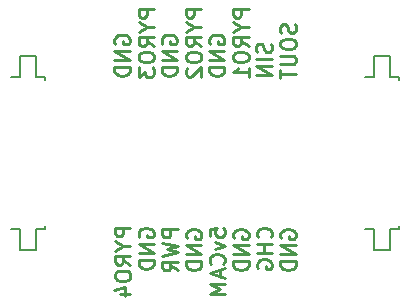
<source format=gbo>
G04 #@! TF.FileFunction,Legend,Bot*
%FSLAX46Y46*%
G04 Gerber Fmt 4.6, Leading zero omitted, Abs format (unit mm)*
G04 Created by KiCad (PCBNEW 4.0.2+e4-6225~38~ubuntu14.04.1-stable) date Mon 27 Jun 2016 22:43:40 BST*
%MOMM*%
G01*
G04 APERTURE LIST*
%ADD10C,0.100000*%
%ADD11C,0.250000*%
%ADD12C,0.150000*%
%ADD13C,1.200000*%
%ADD14C,1.600000*%
%ADD15R,2.220000X0.740000*%
%ADD16R,0.620000X0.620000*%
G04 APERTURE END LIST*
D10*
D11*
X105576190Y-90728571D02*
X105638095Y-90914285D01*
X105638095Y-91223809D01*
X105576190Y-91347619D01*
X105514286Y-91409523D01*
X105390476Y-91471428D01*
X105266667Y-91471428D01*
X105142857Y-91409523D01*
X105080952Y-91347619D01*
X105019048Y-91223809D01*
X104957143Y-90976190D01*
X104895238Y-90852381D01*
X104833333Y-90790476D01*
X104709524Y-90728571D01*
X104585714Y-90728571D01*
X104461905Y-90790476D01*
X104400000Y-90852381D01*
X104338095Y-90976190D01*
X104338095Y-91285714D01*
X104400000Y-91471428D01*
X105638095Y-92028571D02*
X104338095Y-92028571D01*
X105638095Y-92647619D02*
X104338095Y-92647619D01*
X105638095Y-93390476D01*
X104338095Y-93390476D01*
X107626190Y-89095238D02*
X107688095Y-89280952D01*
X107688095Y-89590476D01*
X107626190Y-89714286D01*
X107564286Y-89776190D01*
X107440476Y-89838095D01*
X107316667Y-89838095D01*
X107192857Y-89776190D01*
X107130952Y-89714286D01*
X107069048Y-89590476D01*
X107007143Y-89342857D01*
X106945238Y-89219048D01*
X106883333Y-89157143D01*
X106759524Y-89095238D01*
X106635714Y-89095238D01*
X106511905Y-89157143D01*
X106450000Y-89219048D01*
X106388095Y-89342857D01*
X106388095Y-89652381D01*
X106450000Y-89838095D01*
X106388095Y-90642857D02*
X106388095Y-90890476D01*
X106450000Y-91014285D01*
X106573810Y-91138095D01*
X106821429Y-91200000D01*
X107254762Y-91200000D01*
X107502381Y-91138095D01*
X107626190Y-91014285D01*
X107688095Y-90890476D01*
X107688095Y-90642857D01*
X107626190Y-90519047D01*
X107502381Y-90395238D01*
X107254762Y-90333333D01*
X106821429Y-90333333D01*
X106573810Y-90395238D01*
X106450000Y-90519047D01*
X106388095Y-90642857D01*
X106388095Y-91757143D02*
X107440476Y-91757143D01*
X107564286Y-91819048D01*
X107626190Y-91880952D01*
X107688095Y-92004762D01*
X107688095Y-92252381D01*
X107626190Y-92376190D01*
X107564286Y-92438095D01*
X107440476Y-92500000D01*
X106388095Y-92500000D01*
X106388095Y-92933334D02*
X106388095Y-93676191D01*
X107688095Y-93304762D02*
X106388095Y-93304762D01*
X100400000Y-90728571D02*
X100338095Y-90604762D01*
X100338095Y-90419047D01*
X100400000Y-90233333D01*
X100523810Y-90109524D01*
X100647619Y-90047619D01*
X100895238Y-89985714D01*
X101080952Y-89985714D01*
X101328571Y-90047619D01*
X101452381Y-90109524D01*
X101576190Y-90233333D01*
X101638095Y-90419047D01*
X101638095Y-90542857D01*
X101576190Y-90728571D01*
X101514286Y-90790476D01*
X101080952Y-90790476D01*
X101080952Y-90542857D01*
X101638095Y-91347619D02*
X100338095Y-91347619D01*
X101638095Y-92090476D01*
X100338095Y-92090476D01*
X101638095Y-92709524D02*
X100338095Y-92709524D01*
X100338095Y-93019048D01*
X100400000Y-93204762D01*
X100523810Y-93328571D01*
X100647619Y-93390476D01*
X100895238Y-93452381D01*
X101080952Y-93452381D01*
X101328571Y-93390476D01*
X101452381Y-93328571D01*
X101576190Y-93204762D01*
X101638095Y-93019048D01*
X101638095Y-92709524D01*
X103688095Y-87795238D02*
X102388095Y-87795238D01*
X102388095Y-88290476D01*
X102450000Y-88414285D01*
X102511905Y-88476190D01*
X102635714Y-88538095D01*
X102821429Y-88538095D01*
X102945238Y-88476190D01*
X103007143Y-88414285D01*
X103069048Y-88290476D01*
X103069048Y-87795238D01*
X103069048Y-89342857D02*
X103688095Y-89342857D01*
X102388095Y-88909524D02*
X103069048Y-89342857D01*
X102388095Y-89776190D01*
X103688095Y-90952381D02*
X103069048Y-90519048D01*
X103688095Y-90209524D02*
X102388095Y-90209524D01*
X102388095Y-90704762D01*
X102450000Y-90828571D01*
X102511905Y-90890476D01*
X102635714Y-90952381D01*
X102821429Y-90952381D01*
X102945238Y-90890476D01*
X103007143Y-90828571D01*
X103069048Y-90704762D01*
X103069048Y-90209524D01*
X102388095Y-91757143D02*
X102388095Y-92004762D01*
X102450000Y-92128571D01*
X102573810Y-92252381D01*
X102821429Y-92314286D01*
X103254762Y-92314286D01*
X103502381Y-92252381D01*
X103626190Y-92128571D01*
X103688095Y-92004762D01*
X103688095Y-91757143D01*
X103626190Y-91633333D01*
X103502381Y-91509524D01*
X103254762Y-91447619D01*
X102821429Y-91447619D01*
X102573810Y-91509524D01*
X102450000Y-91633333D01*
X102388095Y-91757143D01*
X103688095Y-93552381D02*
X103688095Y-92809524D01*
X103688095Y-93180953D02*
X102388095Y-93180953D01*
X102573810Y-93057143D01*
X102697619Y-92933334D01*
X102759524Y-92809524D01*
X96400000Y-90728571D02*
X96338095Y-90604762D01*
X96338095Y-90419047D01*
X96400000Y-90233333D01*
X96523810Y-90109524D01*
X96647619Y-90047619D01*
X96895238Y-89985714D01*
X97080952Y-89985714D01*
X97328571Y-90047619D01*
X97452381Y-90109524D01*
X97576190Y-90233333D01*
X97638095Y-90419047D01*
X97638095Y-90542857D01*
X97576190Y-90728571D01*
X97514286Y-90790476D01*
X97080952Y-90790476D01*
X97080952Y-90542857D01*
X97638095Y-91347619D02*
X96338095Y-91347619D01*
X97638095Y-92090476D01*
X96338095Y-92090476D01*
X97638095Y-92709524D02*
X96338095Y-92709524D01*
X96338095Y-93019048D01*
X96400000Y-93204762D01*
X96523810Y-93328571D01*
X96647619Y-93390476D01*
X96895238Y-93452381D01*
X97080952Y-93452381D01*
X97328571Y-93390476D01*
X97452381Y-93328571D01*
X97576190Y-93204762D01*
X97638095Y-93019048D01*
X97638095Y-92709524D01*
X99688095Y-87795238D02*
X98388095Y-87795238D01*
X98388095Y-88290476D01*
X98450000Y-88414285D01*
X98511905Y-88476190D01*
X98635714Y-88538095D01*
X98821429Y-88538095D01*
X98945238Y-88476190D01*
X99007143Y-88414285D01*
X99069048Y-88290476D01*
X99069048Y-87795238D01*
X99069048Y-89342857D02*
X99688095Y-89342857D01*
X98388095Y-88909524D02*
X99069048Y-89342857D01*
X98388095Y-89776190D01*
X99688095Y-90952381D02*
X99069048Y-90519048D01*
X99688095Y-90209524D02*
X98388095Y-90209524D01*
X98388095Y-90704762D01*
X98450000Y-90828571D01*
X98511905Y-90890476D01*
X98635714Y-90952381D01*
X98821429Y-90952381D01*
X98945238Y-90890476D01*
X99007143Y-90828571D01*
X99069048Y-90704762D01*
X99069048Y-90209524D01*
X98388095Y-91757143D02*
X98388095Y-92004762D01*
X98450000Y-92128571D01*
X98573810Y-92252381D01*
X98821429Y-92314286D01*
X99254762Y-92314286D01*
X99502381Y-92252381D01*
X99626190Y-92128571D01*
X99688095Y-92004762D01*
X99688095Y-91757143D01*
X99626190Y-91633333D01*
X99502381Y-91509524D01*
X99254762Y-91447619D01*
X98821429Y-91447619D01*
X98573810Y-91509524D01*
X98450000Y-91633333D01*
X98388095Y-91757143D01*
X98511905Y-92809524D02*
X98450000Y-92871429D01*
X98388095Y-92995238D01*
X98388095Y-93304762D01*
X98450000Y-93428572D01*
X98511905Y-93490476D01*
X98635714Y-93552381D01*
X98759524Y-93552381D01*
X98945238Y-93490476D01*
X99688095Y-92747619D01*
X99688095Y-93552381D01*
X95688095Y-87795238D02*
X94388095Y-87795238D01*
X94388095Y-88290476D01*
X94450000Y-88414285D01*
X94511905Y-88476190D01*
X94635714Y-88538095D01*
X94821429Y-88538095D01*
X94945238Y-88476190D01*
X95007143Y-88414285D01*
X95069048Y-88290476D01*
X95069048Y-87795238D01*
X95069048Y-89342857D02*
X95688095Y-89342857D01*
X94388095Y-88909524D02*
X95069048Y-89342857D01*
X94388095Y-89776190D01*
X95688095Y-90952381D02*
X95069048Y-90519048D01*
X95688095Y-90209524D02*
X94388095Y-90209524D01*
X94388095Y-90704762D01*
X94450000Y-90828571D01*
X94511905Y-90890476D01*
X94635714Y-90952381D01*
X94821429Y-90952381D01*
X94945238Y-90890476D01*
X95007143Y-90828571D01*
X95069048Y-90704762D01*
X95069048Y-90209524D01*
X94388095Y-91757143D02*
X94388095Y-92004762D01*
X94450000Y-92128571D01*
X94573810Y-92252381D01*
X94821429Y-92314286D01*
X95254762Y-92314286D01*
X95502381Y-92252381D01*
X95626190Y-92128571D01*
X95688095Y-92004762D01*
X95688095Y-91757143D01*
X95626190Y-91633333D01*
X95502381Y-91509524D01*
X95254762Y-91447619D01*
X94821429Y-91447619D01*
X94573810Y-91509524D01*
X94450000Y-91633333D01*
X94388095Y-91757143D01*
X94388095Y-92747619D02*
X94388095Y-93552381D01*
X94883333Y-93119048D01*
X94883333Y-93304762D01*
X94945238Y-93428572D01*
X95007143Y-93490476D01*
X95130952Y-93552381D01*
X95440476Y-93552381D01*
X95564286Y-93490476D01*
X95626190Y-93428572D01*
X95688095Y-93304762D01*
X95688095Y-92933334D01*
X95626190Y-92809524D01*
X95564286Y-92747619D01*
X92400000Y-90728571D02*
X92338095Y-90604762D01*
X92338095Y-90419047D01*
X92400000Y-90233333D01*
X92523810Y-90109524D01*
X92647619Y-90047619D01*
X92895238Y-89985714D01*
X93080952Y-89985714D01*
X93328571Y-90047619D01*
X93452381Y-90109524D01*
X93576190Y-90233333D01*
X93638095Y-90419047D01*
X93638095Y-90542857D01*
X93576190Y-90728571D01*
X93514286Y-90790476D01*
X93080952Y-90790476D01*
X93080952Y-90542857D01*
X93638095Y-91347619D02*
X92338095Y-91347619D01*
X93638095Y-92090476D01*
X92338095Y-92090476D01*
X93638095Y-92709524D02*
X92338095Y-92709524D01*
X92338095Y-93019048D01*
X92400000Y-93204762D01*
X92523810Y-93328571D01*
X92647619Y-93390476D01*
X92895238Y-93452381D01*
X93080952Y-93452381D01*
X93328571Y-93390476D01*
X93452381Y-93328571D01*
X93576190Y-93204762D01*
X93638095Y-93019048D01*
X93638095Y-92709524D01*
X106450000Y-107190476D02*
X106388095Y-107066667D01*
X106388095Y-106880952D01*
X106450000Y-106695238D01*
X106573810Y-106571429D01*
X106697619Y-106509524D01*
X106945238Y-106447619D01*
X107130952Y-106447619D01*
X107378571Y-106509524D01*
X107502381Y-106571429D01*
X107626190Y-106695238D01*
X107688095Y-106880952D01*
X107688095Y-107004762D01*
X107626190Y-107190476D01*
X107564286Y-107252381D01*
X107130952Y-107252381D01*
X107130952Y-107004762D01*
X107688095Y-107809524D02*
X106388095Y-107809524D01*
X107688095Y-108552381D01*
X106388095Y-108552381D01*
X107688095Y-109171429D02*
X106388095Y-109171429D01*
X106388095Y-109480953D01*
X106450000Y-109666667D01*
X106573810Y-109790476D01*
X106697619Y-109852381D01*
X106945238Y-109914286D01*
X107130952Y-109914286D01*
X107378571Y-109852381D01*
X107502381Y-109790476D01*
X107626190Y-109666667D01*
X107688095Y-109480953D01*
X107688095Y-109171429D01*
X105564286Y-107152381D02*
X105626190Y-107090476D01*
X105688095Y-106904762D01*
X105688095Y-106780952D01*
X105626190Y-106595238D01*
X105502381Y-106471429D01*
X105378571Y-106409524D01*
X105130952Y-106347619D01*
X104945238Y-106347619D01*
X104697619Y-106409524D01*
X104573810Y-106471429D01*
X104450000Y-106595238D01*
X104388095Y-106780952D01*
X104388095Y-106904762D01*
X104450000Y-107090476D01*
X104511905Y-107152381D01*
X105688095Y-107709524D02*
X104388095Y-107709524D01*
X105007143Y-107709524D02*
X105007143Y-108452381D01*
X105688095Y-108452381D02*
X104388095Y-108452381D01*
X104450000Y-109752381D02*
X104388095Y-109628572D01*
X104388095Y-109442857D01*
X104450000Y-109257143D01*
X104573810Y-109133334D01*
X104697619Y-109071429D01*
X104945238Y-109009524D01*
X105130952Y-109009524D01*
X105378571Y-109071429D01*
X105502381Y-109133334D01*
X105626190Y-109257143D01*
X105688095Y-109442857D01*
X105688095Y-109566667D01*
X105626190Y-109752381D01*
X105564286Y-109814286D01*
X105130952Y-109814286D01*
X105130952Y-109566667D01*
X102450000Y-107190476D02*
X102388095Y-107066667D01*
X102388095Y-106880952D01*
X102450000Y-106695238D01*
X102573810Y-106571429D01*
X102697619Y-106509524D01*
X102945238Y-106447619D01*
X103130952Y-106447619D01*
X103378571Y-106509524D01*
X103502381Y-106571429D01*
X103626190Y-106695238D01*
X103688095Y-106880952D01*
X103688095Y-107004762D01*
X103626190Y-107190476D01*
X103564286Y-107252381D01*
X103130952Y-107252381D01*
X103130952Y-107004762D01*
X103688095Y-107809524D02*
X102388095Y-107809524D01*
X103688095Y-108552381D01*
X102388095Y-108552381D01*
X103688095Y-109171429D02*
X102388095Y-109171429D01*
X102388095Y-109480953D01*
X102450000Y-109666667D01*
X102573810Y-109790476D01*
X102697619Y-109852381D01*
X102945238Y-109914286D01*
X103130952Y-109914286D01*
X103378571Y-109852381D01*
X103502381Y-109790476D01*
X103626190Y-109666667D01*
X103688095Y-109480953D01*
X103688095Y-109171429D01*
X100388095Y-107028571D02*
X100388095Y-106409524D01*
X101007143Y-106347619D01*
X100945238Y-106409524D01*
X100883333Y-106533333D01*
X100883333Y-106842857D01*
X100945238Y-106966667D01*
X101007143Y-107028571D01*
X101130952Y-107090476D01*
X101440476Y-107090476D01*
X101564286Y-107028571D01*
X101626190Y-106966667D01*
X101688095Y-106842857D01*
X101688095Y-106533333D01*
X101626190Y-106409524D01*
X101564286Y-106347619D01*
X100821429Y-107523809D02*
X101688095Y-107833333D01*
X100821429Y-108142857D01*
X101564286Y-109380952D02*
X101626190Y-109319047D01*
X101688095Y-109133333D01*
X101688095Y-109009523D01*
X101626190Y-108823809D01*
X101502381Y-108700000D01*
X101378571Y-108638095D01*
X101130952Y-108576190D01*
X100945238Y-108576190D01*
X100697619Y-108638095D01*
X100573810Y-108700000D01*
X100450000Y-108823809D01*
X100388095Y-109009523D01*
X100388095Y-109133333D01*
X100450000Y-109319047D01*
X100511905Y-109380952D01*
X101316667Y-109876190D02*
X101316667Y-110495238D01*
X101688095Y-109752381D02*
X100388095Y-110185714D01*
X101688095Y-110619047D01*
X101688095Y-111052381D02*
X100388095Y-111052381D01*
X101316667Y-111485714D01*
X100388095Y-111919047D01*
X101688095Y-111919047D01*
X98450000Y-107190476D02*
X98388095Y-107066667D01*
X98388095Y-106880952D01*
X98450000Y-106695238D01*
X98573810Y-106571429D01*
X98697619Y-106509524D01*
X98945238Y-106447619D01*
X99130952Y-106447619D01*
X99378571Y-106509524D01*
X99502381Y-106571429D01*
X99626190Y-106695238D01*
X99688095Y-106880952D01*
X99688095Y-107004762D01*
X99626190Y-107190476D01*
X99564286Y-107252381D01*
X99130952Y-107252381D01*
X99130952Y-107004762D01*
X99688095Y-107809524D02*
X98388095Y-107809524D01*
X99688095Y-108552381D01*
X98388095Y-108552381D01*
X99688095Y-109171429D02*
X98388095Y-109171429D01*
X98388095Y-109480953D01*
X98450000Y-109666667D01*
X98573810Y-109790476D01*
X98697619Y-109852381D01*
X98945238Y-109914286D01*
X99130952Y-109914286D01*
X99378571Y-109852381D01*
X99502381Y-109790476D01*
X99626190Y-109666667D01*
X99688095Y-109480953D01*
X99688095Y-109171429D01*
X97688095Y-106409524D02*
X96388095Y-106409524D01*
X96388095Y-106904762D01*
X96450000Y-107028571D01*
X96511905Y-107090476D01*
X96635714Y-107152381D01*
X96821429Y-107152381D01*
X96945238Y-107090476D01*
X97007143Y-107028571D01*
X97069048Y-106904762D01*
X97069048Y-106409524D01*
X96388095Y-107585714D02*
X97688095Y-107895238D01*
X96759524Y-108142857D01*
X97688095Y-108390476D01*
X96388095Y-108700000D01*
X97688095Y-109938095D02*
X97069048Y-109504762D01*
X97688095Y-109195238D02*
X96388095Y-109195238D01*
X96388095Y-109690476D01*
X96450000Y-109814285D01*
X96511905Y-109876190D01*
X96635714Y-109938095D01*
X96821429Y-109938095D01*
X96945238Y-109876190D01*
X97007143Y-109814285D01*
X97069048Y-109690476D01*
X97069048Y-109195238D01*
X94450000Y-107090476D02*
X94388095Y-106966667D01*
X94388095Y-106780952D01*
X94450000Y-106595238D01*
X94573810Y-106471429D01*
X94697619Y-106409524D01*
X94945238Y-106347619D01*
X95130952Y-106347619D01*
X95378571Y-106409524D01*
X95502381Y-106471429D01*
X95626190Y-106595238D01*
X95688095Y-106780952D01*
X95688095Y-106904762D01*
X95626190Y-107090476D01*
X95564286Y-107152381D01*
X95130952Y-107152381D01*
X95130952Y-106904762D01*
X95688095Y-107709524D02*
X94388095Y-107709524D01*
X95688095Y-108452381D01*
X94388095Y-108452381D01*
X95688095Y-109071429D02*
X94388095Y-109071429D01*
X94388095Y-109380953D01*
X94450000Y-109566667D01*
X94573810Y-109690476D01*
X94697619Y-109752381D01*
X94945238Y-109814286D01*
X95130952Y-109814286D01*
X95378571Y-109752381D01*
X95502381Y-109690476D01*
X95626190Y-109566667D01*
X95688095Y-109380953D01*
X95688095Y-109071429D01*
X93688095Y-106309524D02*
X92388095Y-106309524D01*
X92388095Y-106804762D01*
X92450000Y-106928571D01*
X92511905Y-106990476D01*
X92635714Y-107052381D01*
X92821429Y-107052381D01*
X92945238Y-106990476D01*
X93007143Y-106928571D01*
X93069048Y-106804762D01*
X93069048Y-106309524D01*
X93069048Y-107857143D02*
X93688095Y-107857143D01*
X92388095Y-107423810D02*
X93069048Y-107857143D01*
X92388095Y-108290476D01*
X93688095Y-109466667D02*
X93069048Y-109033334D01*
X93688095Y-108723810D02*
X92388095Y-108723810D01*
X92388095Y-109219048D01*
X92450000Y-109342857D01*
X92511905Y-109404762D01*
X92635714Y-109466667D01*
X92821429Y-109466667D01*
X92945238Y-109404762D01*
X93007143Y-109342857D01*
X93069048Y-109219048D01*
X93069048Y-108723810D01*
X92388095Y-110271429D02*
X92388095Y-110519048D01*
X92450000Y-110642857D01*
X92573810Y-110766667D01*
X92821429Y-110828572D01*
X93254762Y-110828572D01*
X93502381Y-110766667D01*
X93626190Y-110642857D01*
X93688095Y-110519048D01*
X93688095Y-110271429D01*
X93626190Y-110147619D01*
X93502381Y-110023810D01*
X93254762Y-109961905D01*
X92821429Y-109961905D01*
X92573810Y-110023810D01*
X92450000Y-110147619D01*
X92388095Y-110271429D01*
X92821429Y-111942858D02*
X93688095Y-111942858D01*
X92326190Y-111633334D02*
X93254762Y-111323810D01*
X93254762Y-112128572D01*
D12*
X83550000Y-106465000D02*
X84315000Y-106465000D01*
X84315000Y-106465000D02*
X84315000Y-108245000D01*
X84315000Y-108245000D02*
X85685000Y-108245000D01*
X85685000Y-108245000D02*
X85685000Y-106465000D01*
X85685000Y-106465000D02*
X86450000Y-106465000D01*
X86450000Y-106465000D02*
X86450000Y-106165000D01*
X86450000Y-93835000D02*
X86450000Y-93535000D01*
X86450000Y-93535000D02*
X85685000Y-93535000D01*
X85685000Y-93535000D02*
X85685000Y-91755000D01*
X85685000Y-91755000D02*
X84315000Y-91755000D01*
X84315000Y-91755000D02*
X84315000Y-93535000D01*
X84315000Y-93535000D02*
X83550000Y-93535000D01*
X113550000Y-106465000D02*
X114315000Y-106465000D01*
X114315000Y-106465000D02*
X114315000Y-108245000D01*
X114315000Y-108245000D02*
X115685000Y-108245000D01*
X115685000Y-108245000D02*
X115685000Y-106465000D01*
X115685000Y-106465000D02*
X116450000Y-106465000D01*
X116450000Y-106465000D02*
X116450000Y-106165000D01*
X116450000Y-93835000D02*
X116450000Y-93535000D01*
X116450000Y-93535000D02*
X115685000Y-93535000D01*
X115685000Y-93535000D02*
X115685000Y-91755000D01*
X115685000Y-91755000D02*
X114315000Y-91755000D01*
X114315000Y-91755000D02*
X114315000Y-93535000D01*
X114315000Y-93535000D02*
X113550000Y-93535000D01*
%LPC*%
D13*
X108500000Y-92900000D03*
X91500000Y-92900000D03*
D14*
X107000000Y-95000000D03*
X105000000Y-95000000D03*
X103000000Y-95000000D03*
X101000000Y-95000000D03*
X99000000Y-95000000D03*
X97000000Y-95000000D03*
X95000000Y-95000000D03*
X93000000Y-95000000D03*
D15*
X83635000Y-94285000D03*
X86365000Y-94285000D03*
X83635000Y-95555000D03*
X86365000Y-95555000D03*
X83635000Y-96825000D03*
X86365000Y-96825000D03*
X83635000Y-98095000D03*
X86365000Y-98095000D03*
X83635000Y-99365000D03*
X86365000Y-99365000D03*
X83635000Y-100635000D03*
X86365000Y-100635000D03*
X83635000Y-101905000D03*
X86365000Y-101905000D03*
X83635000Y-103175000D03*
X86365000Y-103175000D03*
X83635000Y-104445000D03*
X86365000Y-104445000D03*
X83635000Y-105715000D03*
X86365000Y-105715000D03*
D13*
X85000000Y-107305000D03*
X85000000Y-92695000D03*
D15*
X113635000Y-94285000D03*
X116365000Y-94285000D03*
X113635000Y-95555000D03*
X116365000Y-95555000D03*
X113635000Y-96825000D03*
X116365000Y-96825000D03*
X113635000Y-98095000D03*
X116365000Y-98095000D03*
X113635000Y-99365000D03*
X116365000Y-99365000D03*
X113635000Y-100635000D03*
X116365000Y-100635000D03*
X113635000Y-101905000D03*
X116365000Y-101905000D03*
X113635000Y-103175000D03*
X116365000Y-103175000D03*
X113635000Y-104445000D03*
X116365000Y-104445000D03*
X113635000Y-105715000D03*
X116365000Y-105715000D03*
D13*
X115000000Y-107305000D03*
X115000000Y-92695000D03*
D16*
X95000000Y-96700000D03*
X95000000Y-97600000D03*
X99000000Y-96700000D03*
X99000000Y-97600000D03*
X103000000Y-96700000D03*
X103000000Y-97600000D03*
X93000000Y-103250000D03*
X93000000Y-102350000D03*
X105000000Y-103250000D03*
X105000000Y-102350000D03*
X101000000Y-103250000D03*
X101000000Y-102350000D03*
X97000000Y-103250000D03*
X97000000Y-102350000D03*
X105000000Y-96700000D03*
X105000000Y-97600000D03*
X107000000Y-96700000D03*
X107000000Y-97600000D03*
D13*
X91500000Y-107100000D03*
X108500000Y-107100000D03*
D14*
X93000000Y-105000000D03*
X95000000Y-105000000D03*
X97000000Y-105000000D03*
X99000000Y-105000000D03*
X101000000Y-105000000D03*
X103000000Y-105000000D03*
X105000000Y-105000000D03*
X107000000Y-105000000D03*
M02*

</source>
